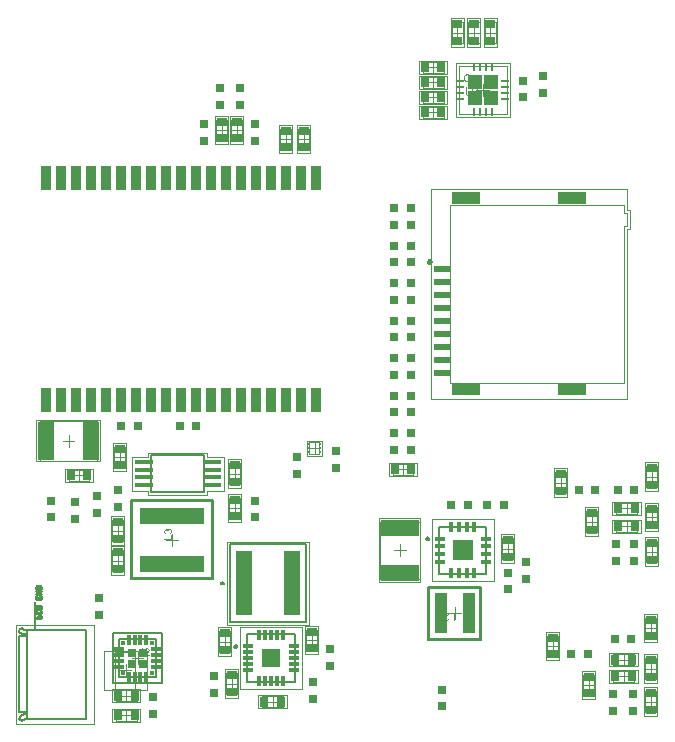
<source format=gtp>
%FSTAX23Y23*%
%MOIN*%
%SFA1B1*%

%IPPOS*%
%AMD29*
4,1,8,-0.011800,0.003000,-0.011800,-0.003000,-0.009800,-0.004900,0.009800,-0.004900,0.011800,-0.003000,0.011800,0.003000,0.009800,0.004900,-0.009800,0.004900,-0.011800,0.003000,0.0*
1,1,0.003937,-0.009800,0.003000*
1,1,0.003937,-0.009800,-0.003000*
1,1,0.003937,0.009800,-0.003000*
1,1,0.003937,0.009800,0.003000*
%
%AMD30*
4,1,8,0.003000,0.011800,-0.003000,0.011800,-0.004900,0.009800,-0.004900,-0.009800,-0.003000,-0.011800,0.003000,-0.011800,0.004900,-0.009800,0.004900,0.009800,0.003000,0.011800,0.0*
1,1,0.003937,0.003000,0.009800*
1,1,0.003937,-0.003000,0.009800*
1,1,0.003937,-0.003000,-0.009800*
1,1,0.003937,0.003000,-0.009800*
%
%AMD37*
4,1,8,0.015000,0.006300,-0.015000,0.006300,-0.016500,0.004700,-0.016500,-0.004700,-0.015000,-0.006300,0.015000,-0.006300,0.016500,-0.004700,0.016500,0.004700,0.015000,0.006300,0.0*
1,1,0.003150,0.015000,0.004700*
1,1,0.003150,-0.015000,0.004700*
1,1,0.003150,-0.015000,-0.004700*
1,1,0.003150,0.015000,-0.004700*
%
%AMD38*
4,1,8,-0.006300,0.015000,-0.006300,-0.015000,-0.004700,-0.016500,0.004700,-0.016500,0.006300,-0.015000,0.006300,0.015000,0.004700,0.016500,-0.004700,0.016500,-0.006300,0.015000,0.0*
1,1,0.003150,-0.004700,0.015000*
1,1,0.003150,-0.004700,-0.015000*
1,1,0.003150,0.004700,-0.015000*
1,1,0.003150,0.004700,0.015000*
%
%AMD41*
4,1,8,-0.026700,-0.008100,0.026700,-0.008100,0.030700,-0.004000,0.030700,0.004000,0.026700,0.008100,-0.026700,0.008100,-0.030700,0.004000,-0.030700,-0.004000,-0.026700,-0.008100,0.0*
1,1,0.008071,-0.026700,-0.004000*
1,1,0.008071,0.026700,-0.004000*
1,1,0.008071,0.026700,0.004000*
1,1,0.008071,-0.026700,0.004000*
%
%AMD43*
4,1,8,0.015600,0.005300,-0.015600,0.005300,-0.016900,0.004000,-0.016900,-0.004000,-0.015600,-0.005300,0.015600,-0.005300,0.016900,-0.004000,0.016900,0.004000,0.015600,0.005300,0.0*
1,1,0.002661,0.015600,0.004000*
1,1,0.002661,-0.015600,0.004000*
1,1,0.002661,-0.015600,-0.004000*
1,1,0.002661,0.015600,-0.004000*
%
%AMD44*
4,1,8,-0.005300,0.015600,-0.005300,-0.015600,-0.004000,-0.016900,0.004000,-0.016900,0.005300,-0.015600,0.005300,0.015600,0.004000,0.016900,-0.004000,0.016900,-0.005300,0.015600,0.0*
1,1,0.002661,-0.004000,0.015600*
1,1,0.002661,-0.004000,-0.015600*
1,1,0.002661,0.004000,-0.015600*
1,1,0.002661,0.004000,0.015600*
%
%ADD10C,0.009449*%
%ADD13C,0.007874*%
%ADD14C,0.005000*%
%ADD16C,0.004000*%
%ADD17C,0.003937*%
%ADD18C,0.010000*%
%ADD19C,0.001969*%
%ADD20R,0.045197X0.045197*%
%ADD21R,0.029527X0.029527*%
%ADD22R,0.030000X0.030000*%
%ADD23R,0.035433X0.031496*%
%ADD24R,0.031496X0.035433*%
%ADD25R,0.030000X0.030000*%
%ADD26R,0.055118X0.129921*%
%ADD27R,0.055118X0.024409*%
%ADD28R,0.094488X0.043307*%
G04~CAMADD=29~8~0.0~0.0~98.4~236.2~19.7~0.0~15~0.0~0.0~0.0~0.0~0~0.0~0.0~0.0~0.0~0~0.0~0.0~0.0~90.0~236.0~98.0*
%ADD29D29*%
G04~CAMADD=30~8~0.0~0.0~98.4~236.2~19.7~0.0~15~0.0~0.0~0.0~0.0~0~0.0~0.0~0.0~0.0~0~0.0~0.0~0.0~0.0~98.4~236.2*
%ADD30D30*%
%ADD31R,0.007874X0.007874*%
%ADD32R,0.035433X0.011811*%
%ADD33R,0.011811X0.035433*%
%ADD34R,0.011811X0.011811*%
%ADD35R,0.056299X0.216535*%
%ADD36R,0.129921X0.055118*%
G04~CAMADD=37~8~0.0~0.0~330.7~126.0~15.7~0.0~15~0.0~0.0~0.0~0.0~0~0.0~0.0~0.0~0.0~0~0.0~0.0~0.0~0.0~330.7~126.0*
%ADD37D37*%
G04~CAMADD=38~8~0.0~0.0~330.7~126.0~15.7~0.0~15~0.0~0.0~0.0~0.0~0~0.0~0.0~0.0~0.0~0~0.0~0.0~0.0~90.0~126.0~331.0*
%ADD38D38*%
%ADD39R,0.038583X0.133858*%
%ADD40R,0.216535X0.056299*%
G04~CAMADD=41~8~0.0~0.0~614.2~161.4~40.4~0.0~15~0.0~0.0~0.0~0.0~0~0.0~0.0~0.0~0.0~0~0.0~0.0~0.0~180.0~614.0~162.0*
%ADD41D41*%
%ADD42R,0.060630X0.060630*%
G04~CAMADD=43~8~0.0~0.0~338.6~106.3~13.3~0.0~15~0.0~0.0~0.0~0.0~0~0.0~0.0~0.0~0.0~0~0.0~0.0~0.0~0.0~338.6~106.3*
%ADD43D43*%
G04~CAMADD=44~8~0.0~0.0~338.6~106.3~13.3~0.0~15~0.0~0.0~0.0~0.0~0~0.0~0.0~0.0~0.0~0~0.0~0.0~0.0~90.0~106.0~338.0*
%ADD44D44*%
%ADD45R,0.035433X0.078740*%
%LNsolears_v1-1*%
%LPD*%
G36*
X01473Y01765D02*
X01473Y01765D01*
X01473Y01765*
X01474Y01765*
X01474Y01765*
X01475Y01764*
X01475Y01764*
X01476Y01764*
X01476Y01764*
X01477Y01763*
X01477Y01763*
X01478Y01763*
X01478Y01762*
X01478Y01762*
X01478Y01762*
X01478Y01762*
X01478Y01762*
X01478Y01762*
X01479Y01761*
X01479Y01761*
X01479Y0176*
X01479Y0176*
X01479Y01759*
X0148Y01759*
X0148Y01758*
X0148Y01758*
X0148Y01757*
X0148Y01756*
Y01756*
X0148Y01756*
X0148Y01756*
X0148Y01755*
X0148Y01755*
X0148Y01755*
X01479Y01754*
X01479Y01753*
X01479Y01752*
X01479Y01752*
X01478Y01751*
X01478Y01751*
X01478Y01751*
X01478Y01751*
X01478Y01751*
X01478Y01751*
X01477Y0175*
X01477Y0175*
X01477Y0175*
X01477Y0175*
X01476Y0175*
X01476Y01749*
X01475Y01749*
X01474Y01749*
X01473Y01749*
X01473Y01748*
X01472Y01752*
X01472*
X01473Y01752*
X01473Y01752*
X01473Y01752*
X01473Y01752*
X01473Y01752*
X01474Y01752*
X01475Y01752*
X01475Y01753*
X01476Y01753*
X01476Y01753*
X01476Y01753*
X01476Y01754*
X01477Y01754*
X01477Y01754*
X01477Y01755*
X01477Y01755*
X01477Y01756*
X01477Y01756*
Y01757*
X01477Y01757*
X01477Y01757*
X01477Y01758*
X01477Y01758*
X01477Y01759*
X01476Y0176*
X01476Y0176*
X01476Y0176*
X01476Y0176*
X01475Y01761*
X01475Y01761*
X01474Y01761*
X01474Y01761*
X01473Y01762*
X01472Y01762*
X01472*
X01472*
X01472*
X01472Y01762*
X01471Y01762*
X01471Y01761*
X0147Y01761*
X0147Y01761*
X01469Y01761*
X01469Y0176*
X01469Y0176*
X01468Y0176*
X01468Y0176*
X01468Y01759*
X01468Y01759*
X01467Y01758*
X01467Y01757*
X01467Y01757*
Y01756*
X01467Y01756*
X01467Y01756*
X01467Y01755*
X01467Y01755*
X01468Y01755*
X01465Y01755*
Y01755*
X01465Y01755*
Y01756*
X01465Y01756*
X01465Y01757*
X01465Y01757*
X01464Y01758*
X01464Y01758*
X01464Y01759*
Y01759*
X01464Y01759*
X01464Y01759*
X01463Y01759*
X01463Y0176*
X01463Y0176*
X01462Y0176*
X01461Y0176*
X01461Y01761*
X01461*
X01461*
X01461*
X0146*
X0146Y0176*
X0146Y0176*
X01459Y0176*
X01459Y0176*
X01458Y0176*
X01458Y01759*
X01458Y01759*
X01458Y01759*
X01458Y01759*
X01457Y01759*
X01457Y01758*
X01457Y01758*
X01457Y01757*
X01457Y01756*
Y01756*
X01457Y01756*
X01457Y01755*
X01457Y01755*
X01457Y01754*
X01458Y01754*
X01458Y01753*
X01458Y01753*
X01458Y01753*
X01458Y01753*
X01459Y01753*
X01459Y01753*
X0146Y01752*
X0146Y01752*
X01461Y01752*
X01461Y01749*
X01461*
X01461Y01749*
X0146Y01749*
X0146Y01749*
X0146Y01749*
X0146Y01749*
X01459Y01749*
X01458Y0175*
X01457Y0175*
X01457Y01751*
X01456Y01751*
X01456Y01751*
X01456Y01751*
X01456Y01752*
X01456Y01752*
X01456Y01752*
X01455Y01752*
X01455Y01752*
X01455Y01753*
X01455Y01753*
X01454Y01754*
X01454Y01755*
X01454Y01756*
Y01757*
X01454Y01757*
X01454Y01758*
X01454Y01758*
X01455Y01759*
X01455Y01759*
X01455Y0176*
Y0176*
X01455Y0176*
X01455Y0176*
X01455Y01761*
X01456Y01761*
X01456Y01762*
X01456Y01762*
X01457Y01762*
X01458Y01763*
X01458Y01763*
X01458Y01763*
X01458Y01763*
X01458Y01763*
X01459Y01763*
X0146Y01764*
X0146Y01764*
X01461Y01764*
X01461*
X01461*
X01461Y01764*
X01462Y01764*
X01462Y01763*
X01463Y01763*
X01463Y01763*
X01464Y01763*
X01464Y01763*
X01464Y01763*
X01464Y01762*
X01465Y01762*
X01465Y01762*
X01465Y01761*
X01466Y01761*
X01466Y0176*
Y0176*
X01466Y0176*
X01466Y0176*
X01466Y01761*
X01466Y01761*
X01466Y01761*
X01467Y01762*
X01467Y01763*
X01467Y01763*
X01468Y01764*
X01468Y01764*
X01468Y01764*
X01469Y01764*
X01469Y01764*
X0147Y01765*
X0147Y01765*
X01471Y01765*
X01472Y01765*
X01472*
X01472*
X01472*
X01473Y01765*
G37*
G36*
X0148Y0173D02*
X01454D01*
Y01733*
X01477*
Y01746*
X0148*
Y0173*
G37*
G36*
X02483Y01661D02*
X02416D01*
Y01728*
X02483*
Y01661*
G37*
G36*
X02423Y01459D02*
X02419D01*
Y01482*
X02407*
Y01485*
X02423*
Y01459*
G37*
G36*
X02405Y01484D02*
Y01484D01*
Y01484*
X02405Y01484*
X02405Y01483*
X02405Y01483*
X02405Y01483*
X02404Y01482*
Y01482*
X02404Y01482*
X02404Y01482*
X02404Y01482*
X02404Y01481*
X02404Y01481*
X02403Y0148*
X02403Y0148*
X02402Y01479*
Y01479*
X02402Y01479*
X02402Y01479*
X02402Y01478*
X02401Y01478*
X02401Y01477*
X024Y01477*
X02399Y01476*
X02398Y01475*
X02398Y01475*
X02398Y01475*
X02398Y01475*
X02398Y01475*
X02397Y01474*
X02397Y01474*
X02397Y01474*
X02396Y01473*
X02395Y01472*
X02394Y01472*
X02394Y01471*
X02393Y01471*
X02393Y0147*
X02393Y0147*
Y0147*
X02393Y0147*
X02393Y0147*
X02393Y0147*
X02392Y01469*
X02392Y01469*
X02392Y01468*
X02392Y01467*
X02391Y01467*
X02391Y01466*
Y01466*
Y01466*
X02391Y01466*
X02391Y01465*
X02392Y01465*
X02392Y01465*
X02392Y01464*
X02392Y01464*
X02393Y01463*
X02393Y01463*
X02393Y01463*
X02393Y01463*
X02394Y01462*
X02394Y01462*
X02395Y01462*
X02395Y01462*
X02396Y01462*
X02396*
X02396Y01462*
X02397Y01462*
X02397Y01462*
X02398Y01462*
X02399Y01462*
X02399Y01463*
X024Y01463*
X024Y01463*
X024Y01463*
X024Y01464*
X024Y01464*
X02401Y01465*
X02401Y01465*
X02401Y01466*
X02401Y01467*
X02404Y01466*
Y01466*
X02404Y01466*
Y01466*
X02404Y01466*
X02404Y01466*
X02404Y01465*
X02404Y01465*
X02404Y01464*
X02404Y01464*
X02403Y01463*
X02403Y01462*
X02403Y01462*
X02402Y01461*
X02402Y01461*
X02402Y01461*
X02402Y01461*
X02402Y01461*
X02401Y01461*
X02401Y01461*
X02401Y01461*
X02401Y0146*
X024Y0146*
X024Y0146*
X02399Y0146*
X02399Y0146*
X02398Y01459*
X02398Y01459*
X02397Y01459*
X02397Y01459*
X02396Y01459*
X02396*
X02395Y01459*
X02395Y01459*
X02395Y01459*
X02394Y01459*
X02394Y01459*
X02393Y0146*
X02392Y0146*
X02392Y0146*
X02391Y01461*
X02391Y01461*
X0239Y01461*
X0239Y01461*
X0239Y01461*
X0239Y01461*
X0239Y01462*
X0239Y01462*
X0239Y01462*
X02389Y01462*
X02389Y01463*
X02389Y01463*
X02388Y01464*
X02388Y01465*
X02388Y01465*
X02388Y01466*
X02388Y01466*
Y01466*
Y01466*
X02388Y01467*
X02388Y01467*
X02388Y01468*
X02388Y01468*
X02389Y01469*
X02389Y01469*
X02389Y01469*
X02389Y01469*
X02389Y0147*
X02389Y0147*
X0239Y01471*
X0239Y01471*
X0239Y01472*
X02391Y01472*
X02391Y01472*
X02391Y01473*
X02391Y01473*
X02392Y01473*
X02392Y01473*
X02392Y01473*
X02392Y01474*
X02393Y01474*
X02393Y01474*
X02393Y01475*
X02394Y01475*
X02394Y01476*
X02395Y01476*
X02396Y01477*
X02396Y01477*
X02396Y01477*
X02396Y01477*
X02396Y01477*
X02396Y01477*
X02397Y01477*
X02397Y01478*
X02398Y01478*
X02398Y01479*
X02399Y0148*
X02399Y0148*
X02399Y0148*
X02399Y0148*
X02399Y0148*
X024Y0148*
X024Y0148*
X024Y01481*
X024Y01481*
X02401Y01482*
X02388*
Y01485*
X02405*
Y01484*
G37*
G36*
X01384Y01353D02*
Y01353D01*
Y01352*
Y01352*
Y01352*
X01384Y01352*
Y01351*
X01384Y01351*
X01384Y0135*
X01384Y01349*
X01384Y01348*
X01384Y01347*
X01384Y01347*
X01383Y01346*
Y01346*
X01383Y01346*
X01383Y01346*
X01383Y01346*
X01383Y01346*
X01383Y01345*
X01382Y01345*
X01382Y01344*
X01381Y01343*
X0138Y01343*
X0138*
X0138Y01343*
X0138Y01343*
X0138Y01343*
X0138Y01343*
X01379Y01342*
X01379Y01342*
X01379Y01342*
X01378Y01342*
X01378Y01342*
X01377Y01342*
X01377Y01342*
X01376Y01342*
X01376Y01342*
X01374Y01341*
X01374*
X01374Y01342*
X01374*
X01373Y01342*
X01373Y01342*
X01372Y01342*
X01371Y01342*
X01371Y01342*
X0137Y01342*
X01369Y01343*
X01369*
X01369Y01343*
X01368Y01343*
X01368Y01343*
X01368Y01343*
X01367Y01344*
X01367Y01344*
X01366Y01345*
X01366Y01345*
X01365Y01346*
Y01346*
X01365Y01346*
X01365Y01346*
X01365Y01347*
X01365Y01347*
X01365Y01347*
X01365Y01347*
X01365Y01348*
X01365Y01348*
X01365Y01349*
X01365Y01349*
X01365Y0135*
X01365Y0135*
X01365Y01351*
X01365Y01352*
Y01353*
Y01367*
X01368*
Y01353*
Y01353*
Y01352*
Y01352*
Y01352*
X01368Y01352*
Y01351*
X01368Y01351*
X01368Y0135*
X01368Y01349*
X01368Y01348*
X01368Y01348*
X01368Y01348*
X01368Y01348*
X01369Y01347*
X01369Y01347*
X01369Y01347*
X01369Y01346*
X0137Y01346*
X0137Y01346*
X01371Y01345*
X01371Y01345*
X01371Y01345*
X01371Y01345*
X01372Y01345*
X01372Y01345*
X01373Y01345*
X01373Y01345*
X01374Y01344*
X01375*
X01375Y01345*
X01375*
X01375Y01345*
X01376Y01345*
X01377Y01345*
X01378Y01345*
X01379Y01346*
X01379Y01346*
X01379Y01346*
X01379Y01346*
X01379Y01346*
X0138Y01346*
X0138Y01346*
X0138Y01347*
X0138Y01347*
X0138Y01347*
X0138Y01348*
X0138Y01348*
X0138Y01348*
X01381Y01349*
X01381Y0135*
X01381Y0135*
X01381Y01351*
X01381Y01352*
Y01353*
Y01367*
X01384*
Y01353*
G37*
G36*
X01398Y01367D02*
X01398Y01367D01*
X01398Y01367*
X01399Y01367*
X01399Y01367*
X014Y01367*
X01401Y01366*
X01401Y01366*
X01402Y01366*
X01402Y01366*
X01403Y01365*
X01403Y01365*
X01403Y01365*
X01403Y01365*
X01403Y01365*
X01403Y01365*
X01403Y01364*
X01404Y01364*
X01404Y01364*
X01404Y01363*
X01405Y01362*
X01405Y01362*
X01405Y01361*
X01405Y01361*
X01405Y0136*
Y0136*
Y0136*
X01405Y0136*
X01405Y01359*
X01405Y01359*
X01405Y01358*
X01404Y01358*
X01404Y01357*
X01404Y01357*
X01404Y01357*
X01404Y01357*
X01404Y01356*
X01403Y01356*
X01403Y01355*
X01403Y01355*
X01402Y01354*
X01402Y01354*
X01402Y01354*
X01402Y01354*
X01401Y01353*
X01401Y01353*
X01401Y01353*
X01401Y01353*
X014Y01352*
X014Y01352*
X014Y01352*
X01399Y01351*
X01399Y01351*
X01398Y0135*
X01397Y0135*
X01397Y0135*
X01397Y0135*
X01397Y0135*
X01397Y01349*
X01397Y01349*
X01396Y01349*
X01396Y01348*
X01395Y01348*
X01395Y01347*
X01394Y01347*
X01394Y01347*
X01394Y01347*
X01394Y01346*
X01394Y01346*
X01393Y01346*
X01393Y01346*
X01393Y01346*
X01393Y01346*
X01392Y01345*
X01405*
Y01342*
X01388*
Y01342*
Y01342*
Y01342*
X01388Y01343*
X01388Y01343*
X01388Y01343*
X01388Y01344*
X01389Y01344*
Y01344*
X01389Y01344*
X01389Y01344*
X01389Y01345*
X01389Y01345*
X01389Y01346*
X0139Y01346*
X0139Y01347*
X01391Y01347*
Y01347*
X01391Y01347*
X01391Y01348*
X01391Y01348*
X01392Y01349*
X01392Y01349*
X01393Y0135*
X01394Y0135*
X01395Y01351*
X01395Y01351*
X01395Y01351*
X01395Y01352*
X01395Y01352*
X01396Y01352*
X01396Y01352*
X01396Y01353*
X01397Y01353*
X01398Y01354*
X01399Y01355*
X01399Y01355*
X014Y01356*
X014Y01356*
X014Y01357*
Y01357*
X014Y01357*
X014Y01357*
X014Y01357*
X01401Y01357*
X01401Y01358*
X01401Y01358*
X01401Y01359*
X01402Y0136*
X01402Y0136*
Y0136*
Y0136*
X01402Y01361*
X01402Y01361*
X01401Y01361*
X01401Y01362*
X01401Y01362*
X01401Y01363*
X014Y01363*
X014Y01363*
X014Y01364*
X014Y01364*
X01399Y01364*
X01399Y01364*
X01398Y01364*
X01398Y01365*
X01397Y01365*
X01397*
X01396Y01365*
X01396Y01365*
X01396Y01364*
X01395Y01364*
X01394Y01364*
X01394Y01364*
X01393Y01363*
X01393Y01363*
X01393Y01363*
X01393Y01363*
X01393Y01362*
X01392Y01362*
X01392Y01361*
X01392Y0136*
X01392Y0136*
X01389Y0136*
Y0136*
X01389Y0136*
Y0136*
X01389Y01361*
X01389Y01361*
X01389Y01361*
X01389Y01362*
X01389Y01362*
X01389Y01363*
X0139Y01364*
X0139Y01364*
X0139Y01365*
X01391Y01365*
X01391Y01365*
X01391Y01365*
X01391Y01365*
X01391Y01366*
X01392Y01366*
X01392Y01366*
X01392Y01366*
X01392Y01366*
X01393Y01366*
X01393Y01366*
X01394Y01367*
X01394Y01367*
X01395Y01367*
X01395Y01367*
X01396Y01367*
X01396Y01367*
X01397Y01367*
X01397*
X01398Y01367*
G37*
G54D10*
X02342Y02657D02*
D01*
X02342Y02657*
X02342Y02657*
X02342Y02658*
X02342Y02658*
X02342Y02658*
X02342Y02659*
X02342Y02659*
X02341Y02659*
X02341Y02659*
X02341Y0266*
X02341Y0266*
X02341Y0266*
X0234Y0266*
X0234Y02661*
X0234Y02661*
X02339Y02661*
X02339Y02661*
X02339Y02661*
X02339Y02661*
X02338Y02661*
X02338Y02661*
X02338Y02661*
X02337*
X02337Y02661*
X02337Y02661*
X02336Y02661*
X02336Y02661*
X02336Y02661*
X02335Y02661*
X02335Y02661*
X02335Y02661*
X02334Y0266*
X02334Y0266*
X02334Y0266*
X02334Y0266*
X02334Y02659*
X02333Y02659*
X02333Y02659*
X02333Y02659*
X02333Y02658*
X02333Y02658*
X02333Y02658*
X02333Y02657*
X02333Y02657*
X02333Y02657*
X02333Y02656*
X02333Y02656*
X02333Y02656*
X02333Y02655*
X02333Y02655*
X02333Y02655*
X02333Y02654*
X02333Y02654*
X02334Y02654*
X02334Y02654*
X02334Y02653*
X02334Y02653*
X02334Y02653*
X02335Y02653*
X02335Y02653*
X02335Y02652*
X02336Y02652*
X02336Y02652*
X02336Y02652*
X02337Y02652*
X02337Y02652*
X02337Y02652*
X02338*
X02338Y02652*
X02338Y02652*
X02339Y02652*
X02339Y02652*
X02339Y02652*
X02339Y02652*
X0234Y02653*
X0234Y02653*
X0234Y02653*
X02341Y02653*
X02341Y02653*
X02341Y02654*
X02341Y02654*
X02341Y02654*
X02342Y02654*
X02342Y02655*
X02342Y02655*
X02342Y02655*
X02342Y02656*
X02342Y02656*
X02342Y02656*
X02342Y02657*
G54D13*
X01302Y01397D02*
X01427D01*
Y01272D02*
Y01397D01*
X01302Y01272D02*
X01427D01*
X01302D02*
Y01397D01*
X02338Y014D02*
X02507D01*
X02338D02*
Y01569D01*
X02507*
Y014D02*
Y01569D01*
X01346Y01601D02*
Y01859D01*
X01613*
Y01601D02*
Y01859D01*
X01346Y01601D02*
X01613D01*
X01282Y01417D02*
X01447D01*
Y01252D02*
Y01417D01*
X01282Y01252D02*
X01447D01*
X01282D02*
Y01417D01*
X02334Y01396D02*
X02511D01*
X02334D02*
Y01573D01*
X02511*
Y01396D02*
Y01573D01*
X01342Y01597D02*
Y01863D01*
X01617*
Y01597D02*
Y01863D01*
X01342Y01597D02*
X01617D01*
X01282Y01417D02*
X01447D01*
Y01252D02*
Y01417D01*
X01282Y01252D02*
X01447D01*
X01282D02*
Y01417D01*
X02334Y01396D02*
X02511D01*
X02334D02*
Y01573D01*
X02511*
Y01396D02*
Y01573D01*
X01342Y01597D02*
Y01863D01*
X01617*
Y01597D02*
Y01863D01*
X01342Y01597D02*
X01617D01*
X01652Y01585D02*
D01*
X01652Y01585*
X01652Y01585*
X01652Y01585*
X01652Y01586*
X01652Y01586*
X01652Y01586*
X01651Y01586*
X01651Y01587*
X01651Y01587*
X01651Y01587*
X01651Y01587*
X01651Y01587*
X0165Y01588*
X0165Y01588*
X0165Y01588*
X0165Y01588*
X01649Y01588*
X01649Y01588*
X01649Y01588*
X01649Y01588*
X01648Y01588*
X01648Y01588*
X01648*
X01648Y01588*
X01647Y01588*
X01647Y01588*
X01647Y01588*
X01646Y01588*
X01646Y01588*
X01646Y01588*
X01646Y01588*
X01646Y01588*
X01645Y01587*
X01645Y01587*
X01645Y01587*
X01645Y01587*
X01645Y01587*
X01644Y01586*
X01644Y01586*
X01644Y01586*
X01644Y01586*
X01644Y01585*
X01644Y01585*
X01644Y01585*
X01644Y01585*
X01644Y01584*
X01644Y01584*
X01644Y01584*
X01644Y01583*
X01644Y01583*
X01644Y01583*
X01644Y01583*
X01645Y01582*
X01645Y01582*
X01645Y01582*
X01645Y01582*
X01645Y01582*
X01646Y01581*
X01646Y01581*
X01646Y01581*
X01646Y01581*
X01646Y01581*
X01647Y01581*
X01647Y01581*
X01647Y01581*
X01648Y01581*
X01648Y01581*
X01648*
X01648Y01581*
X01649Y01581*
X01649Y01581*
X01649Y01581*
X01649Y01581*
X0165Y01581*
X0165Y01581*
X0165Y01581*
X0165Y01581*
X01651Y01582*
X01651Y01582*
X01651Y01582*
X01651Y01582*
X01651Y01582*
X01651Y01583*
X01652Y01583*
X01652Y01583*
X01652Y01583*
X01652Y01584*
X01652Y01584*
X01652Y01584*
X01652Y01585*
X02336Y01733D02*
D01*
X02336Y01733*
X02336Y01733*
X02336Y01734*
X02336Y01734*
X02336Y01734*
X02336Y01734*
X02336Y01735*
X02336Y01735*
X02336Y01735*
X02335Y01735*
X02335Y01736*
X02335Y01736*
X02335Y01736*
X02335Y01736*
X02334Y01736*
X02334Y01736*
X02334Y01737*
X02334Y01737*
X02333Y01737*
X02333Y01737*
X02333Y01737*
X02333Y01737*
X02332*
X02332Y01737*
X02332Y01737*
X02331Y01737*
X02331Y01737*
X02331Y01737*
X02331Y01736*
X0233Y01736*
X0233Y01736*
X0233Y01736*
X0233Y01736*
X0233Y01736*
X02329Y01735*
X02329Y01735*
X02329Y01735*
X02329Y01735*
X02329Y01734*
X02329Y01734*
X02329Y01734*
X02329Y01734*
X02328Y01733*
X02328Y01733*
X02328Y01733*
X02328Y01733*
X02328Y01732*
X02329Y01732*
X02329Y01732*
X02329Y01732*
X02329Y01731*
X02329Y01731*
X02329Y01731*
X02329Y01731*
X02329Y0173*
X0233Y0173*
X0233Y0173*
X0233Y0173*
X0233Y0173*
X0233Y01729*
X02331Y01729*
X02331Y01729*
X02331Y01729*
X02331Y01729*
X02332Y01729*
X02332Y01729*
X02332Y01729*
X02333*
X02333Y01729*
X02333Y01729*
X02333Y01729*
X02334Y01729*
X02334Y01729*
X02334Y01729*
X02334Y01729*
X02335Y0173*
X02335Y0173*
X02335Y0173*
X02335Y0173*
X02335Y0173*
X02336Y01731*
X02336Y01731*
X02336Y01731*
X02336Y01731*
X02336Y01732*
X02336Y01732*
X02336Y01732*
X02336Y01732*
X02336Y01733*
X02336Y01733*
X01696Y01374D02*
D01*
X01696Y01374*
X01695Y01374*
X01695Y01375*
X01695Y01375*
X01695Y01375*
X01695Y01375*
X01695Y01376*
X01695Y01376*
X01695Y01376*
X01695Y01376*
X01694Y01377*
X01694Y01377*
X01694Y01377*
X01694Y01377*
X01694Y01377*
X01693Y01377*
X01693Y01378*
X01693Y01378*
X01693Y01378*
X01692Y01378*
X01692Y01378*
X01692Y01378*
X01691*
X01691Y01378*
X01691Y01378*
X01691Y01378*
X0169Y01378*
X0169Y01378*
X0169Y01377*
X0169Y01377*
X01689Y01377*
X01689Y01377*
X01689Y01377*
X01689Y01377*
X01689Y01376*
X01688Y01376*
X01688Y01376*
X01688Y01376*
X01688Y01375*
X01688Y01375*
X01688Y01375*
X01688Y01375*
X01688Y01374*
X01688Y01374*
X01688Y01374*
X01688Y01374*
X01688Y01373*
X01688Y01373*
X01688Y01373*
X01688Y01373*
X01688Y01372*
X01688Y01372*
X01688Y01372*
X01688Y01372*
X01689Y01371*
X01689Y01371*
X01689Y01371*
X01689Y01371*
X01689Y01371*
X0169Y0137*
X0169Y0137*
X0169Y0137*
X0169Y0137*
X01691Y0137*
X01691Y0137*
X01691Y0137*
X01691Y0137*
X01692*
X01692Y0137*
X01692Y0137*
X01693Y0137*
X01693Y0137*
X01693Y0137*
X01693Y0137*
X01694Y0137*
X01694Y01371*
X01694Y01371*
X01694Y01371*
X01694Y01371*
X01695Y01371*
X01695Y01372*
X01695Y01372*
X01695Y01372*
X01695Y01372*
X01695Y01373*
X01695Y01373*
X01695Y01373*
X01695Y01373*
X01696Y01374*
X01696Y01374*
G54D14*
X00997Y01131D02*
D01*
X00996Y01131*
X00995Y01132*
X00994Y01132*
X00993Y01132*
X00993Y01132*
X00992Y01132*
X00991Y01132*
X0099Y01132*
X00989Y01132*
X00989Y01132*
X00988Y01132*
X00987Y01132*
X00986Y01131*
X00986Y01131*
X00985Y0113*
X00984Y0113*
X00984Y01129*
X00983Y01129*
X00982Y01128*
X00982Y01128*
X00981Y01127*
X00981Y01126*
X00981Y01126*
X00993Y01147D02*
D01*
X00991Y01147*
X0099Y01147*
X00989Y01147*
X00988Y01147*
X00986Y01147*
X00985Y01147*
X00984Y01147*
X00983Y01146*
X00982Y01146*
X0098Y01145*
X00979Y01145*
X00978Y01144*
X00977Y01143*
X00976Y01142*
X00975Y01141*
X00975Y01141*
X00974Y0114*
X00973Y01138*
X00972Y01137*
X00972Y01136*
X00971Y01135*
X00971Y01134*
X00971Y01133*
X00981Y01435D02*
D01*
X00981Y01435*
X00982Y01434*
X00982Y01433*
X00983Y01433*
X00983Y01432*
X00984Y01432*
X00984Y01431*
X00985Y01431*
X00986Y0143*
X00987Y0143*
X00987Y0143*
X00988Y01429*
X00989Y01429*
X0099Y01429*
X00991Y01429*
X00991Y01429*
X00992Y01429*
X00993Y01429*
X00994Y01429*
X00995Y0143*
X00995Y0143*
X00996Y0143*
X00997Y0143*
X00969Y01428D02*
D01*
X00969Y01427*
X0097Y01426*
X0097Y01424*
X00971Y01423*
X00972Y01422*
X00973Y01421*
X00974Y0142*
X00974Y01419*
X00975Y01418*
X00977Y01417*
X00978Y01417*
X00979Y01416*
X0098Y01415*
X00981Y01415*
X00983Y01415*
X00984Y01414*
X00985Y01414*
X00987Y01414*
X00988Y01414*
X00989Y01414*
X00991Y01414*
X00992Y01414*
X00993Y01415*
X01193Y01131D02*
Y0143D01*
X01022D02*
X01193D01*
X00995D02*
X01022D01*
X00995Y01131D02*
Y0143D01*
Y01131D02*
X00997D01*
X01193*
X00971Y01133D02*
X00981Y01126D01*
X00971Y01155D02*
X00993D01*
X00971D02*
Y01407D01*
X00993*
X00969Y01428D02*
X00981Y01435D01*
X01022Y0143D02*
Y01523D01*
X01674Y01714D02*
X01925D01*
Y01455D02*
Y01714D01*
X01674Y01455D02*
X01925D01*
X01674D02*
Y01714D01*
X02371Y01616D02*
Y01773D01*
X02528Y01616D02*
Y01773D01*
X02371D02*
X02528D01*
X02371Y01616D02*
X02528D01*
X01411Y02011D02*
X01588D01*
Y01888D02*
Y02011D01*
X01411Y01888D02*
X01588D01*
X01411D02*
Y02011D01*
X01729Y01254D02*
Y01415D01*
X0189Y01254D02*
Y01415D01*
X01729D02*
X0189D01*
X01729Y01254D02*
X0189D01*
G54D16*
X02461Y0324D02*
Y03215D01*
X02466Y0321*
X02476*
X02481Y03215*
Y0324*
X02511D02*
X02501Y03235D01*
X02491Y03225*
Y03215*
X02496Y0321*
X02506*
X02511Y03215*
Y0322*
X02506Y03225*
X02491*
G54D17*
X02476Y0327D02*
D01*
X02476Y0327*
X02476Y03271*
X02476Y03272*
X02475Y03273*
X02475Y03274*
X02475Y03274*
X02474Y03275*
X02474Y03276*
X02474Y03276*
X02473Y03277*
X02473Y03278*
X02472Y03278*
X02471Y03279*
X02471Y03279*
X0247Y0328*
X02469Y0328*
X02468Y0328*
X02468Y03281*
X02467Y03281*
X02466Y03281*
X02465Y03281*
X02464Y03281*
X02464*
X02463Y03281*
X02462Y03281*
X02461Y03281*
X0246Y03281*
X0246Y0328*
X02459Y0328*
X02458Y0328*
X02457Y03279*
X02457Y03279*
X02456Y03278*
X02456Y03278*
X02455Y03277*
X02454Y03276*
X02454Y03276*
X02454Y03275*
X02453Y03274*
X02453Y03274*
X02453Y03273*
X02452Y03272*
X02452Y03271*
X02452Y0327*
X02452Y0327*
X02452Y03269*
X02452Y03268*
X02452Y03267*
X02453Y03266*
X02453Y03265*
X02453Y03265*
X02454Y03264*
X02454Y03263*
X02454Y03263*
X02455Y03262*
X02456Y03261*
X02456Y03261*
X02457Y0326*
X02457Y0326*
X02458Y03259*
X02459Y03259*
X0246Y03259*
X0246Y03258*
X02461Y03258*
X02462Y03258*
X02463Y03258*
X02464Y03258*
X02464*
X02465Y03258*
X02466Y03258*
X02467Y03258*
X02468Y03258*
X02468Y03259*
X02469Y03259*
X0247Y03259*
X02471Y0326*
X02471Y0326*
X02472Y03261*
X02473Y03261*
X02473Y03262*
X02474Y03263*
X02474Y03263*
X02474Y03264*
X02475Y03265*
X02475Y03265*
X02475Y03266*
X02476Y03267*
X02476Y03268*
X02476Y03269*
X02476Y0327*
X03061Y01724D02*
X03098D01*
X03061Y01655D02*
X03098D01*
Y01724*
X03061Y01655D02*
Y01724D01*
Y01839D02*
X03098D01*
X03061Y0177D02*
X03098D01*
Y01839*
X03061Y0177D02*
Y01839D01*
Y01974D02*
X03098D01*
X03061Y01905D02*
X03098D01*
Y01974*
X03061Y01905D02*
Y01974D01*
X02756Y01954D02*
X02793D01*
X02756Y01885D02*
X02793D01*
Y01954*
X02756Y01885D02*
Y01954D01*
X0296Y01756D02*
Y01793D01*
X03029Y01756D02*
Y01793D01*
X0296D02*
X03029D01*
X0296Y01756D02*
X03029D01*
X0296Y01816D02*
Y01853D01*
X03029Y01816D02*
Y01853D01*
X0296D02*
X03029D01*
X0296Y01816D02*
X03029D01*
X02851Y01279D02*
X02888D01*
X02851Y0121D02*
X02888D01*
Y01279*
X02851Y0121D02*
Y01279D01*
X03056Y01469D02*
X03093D01*
X03056Y014D02*
X03093D01*
Y01469*
X03056Y014D02*
Y01469D01*
X02731Y01409D02*
X02768D01*
X02731Y0134D02*
X02768D01*
Y01409*
X02731Y0134D02*
Y01409D01*
X0295Y01256D02*
Y01293D01*
X03019Y01256D02*
Y01293D01*
X0295D02*
X03019D01*
X0295Y01256D02*
X03019D01*
X0295Y01311D02*
Y01348D01*
X03019Y01311D02*
Y01348D01*
X0295D02*
X03019D01*
X0295Y01311D02*
X03019D01*
X03056Y01334D02*
X03093D01*
X03056Y01265D02*
X03093D01*
Y01334*
X03056Y01265D02*
Y01334D01*
Y01224D02*
X03093D01*
X03056Y01155D02*
X03093D01*
Y01224*
X03056Y01155D02*
Y01224D01*
X01204Y01926D02*
Y01963D01*
X01135Y01926D02*
Y01963D01*
Y01926D02*
X01204D01*
X01135Y01963D02*
X01204D01*
X01676Y03129D02*
X01713D01*
X01676Y0306D02*
X01713D01*
Y03129*
X01676Y0306D02*
Y03129D01*
X01626D02*
X01663D01*
X01626Y0306D02*
X01663D01*
Y03129*
X01626Y0306D02*
Y03129D01*
X0104Y02126D02*
X01229D01*
X0104Y01993D02*
X01229D01*
X0104D02*
Y02126D01*
X01229Y01993D02*
Y02126D01*
X02215Y01946D02*
Y01983D01*
X02284Y01946D02*
Y01983D01*
X02215D02*
X02284D01*
X02215Y01946D02*
X02284D01*
X02861Y01824D02*
X02898D01*
X02861Y01755D02*
X02898D01*
Y01824*
X02861Y01755D02*
Y01824D01*
X01901Y03099D02*
X01938D01*
X01901Y0303D02*
X01938D01*
Y03099*
X01901Y0303D02*
Y03099D01*
X01841D02*
X01878D01*
X01841Y0303D02*
X01878D01*
Y03099*
X01841Y0303D02*
Y03099D01*
X02986Y02253D02*
Y02775D01*
X02405Y02253D02*
X02986D01*
X02405D02*
Y02846D01*
X02986Y02775D02*
X02996D01*
Y02818*
X02986D02*
X02996D01*
X02986D02*
Y02846D01*
X02405D02*
X02986D01*
X02435Y03149D02*
Y0331D01*
X02597Y03149D02*
Y0331D01*
X02435D02*
X02597D01*
X02435Y03149D02*
X02597D01*
X02385Y03236D02*
Y03273D01*
X02316Y03236D02*
Y03273D01*
Y03236D02*
X02385D01*
X02316Y03273D02*
X02385D01*
Y03286D02*
Y03323D01*
X02316Y03286D02*
Y03323D01*
Y03286D02*
X02385D01*
X02316Y03323D02*
X02385D01*
Y03186D02*
Y03223D01*
X02316Y03186D02*
Y03223D01*
Y03186D02*
X02385D01*
X02316Y03223D02*
X02385D01*
Y03136D02*
Y03173D01*
X02316Y03136D02*
Y03173D01*
Y03136D02*
X02385D01*
X02316Y03173D02*
X02385D01*
X02412Y03454D02*
X0245D01*
X02412Y03385D02*
X0245D01*
Y03454*
X02412Y03385D02*
Y03454D01*
X02522D02*
X0256D01*
X02522Y03385D02*
X0256D01*
Y03454*
X02522Y03385D02*
Y03454D01*
X02467D02*
X02505D01*
X02467Y03385D02*
X02505D01*
Y03454*
X02467Y03385D02*
Y03454D01*
X01971Y02014D02*
Y02055D01*
X01938Y02014D02*
Y02055D01*
Y02014D02*
X01971D01*
X01938Y02055D02*
X01971D01*
X01291Y01356D02*
X01358D01*
X01291Y01233D02*
X01358D01*
Y01356*
X01291Y01233D02*
Y01356D01*
X01293Y01191D02*
Y01228D01*
X01362Y01191D02*
Y01228D01*
X01293D02*
X01362D01*
X01293Y01191D02*
X01362D01*
X01293Y01126D02*
Y01163D01*
X01362Y01126D02*
Y01163D01*
X01293D02*
X01362D01*
X01293Y01126D02*
X01362D01*
X02306Y016D02*
Y01789D01*
X02173Y016D02*
Y01789D01*
X02306*
X02173Y016D02*
X02306D01*
X01281Y01625D02*
X01318D01*
X01281Y01694D02*
X01318D01*
X01281Y01625D02*
Y01694D01*
X01318Y01625D02*
Y01694D01*
X01281Y01725D02*
X01318D01*
X01281Y01794D02*
X01318D01*
X01281Y01725D02*
Y01794D01*
X01318Y01725D02*
Y01794D01*
X01671Y01915D02*
X01708D01*
X01671Y01984D02*
X01708D01*
X01671Y01915D02*
Y01984D01*
X01708Y01915D02*
Y01984D01*
X01671Y018D02*
X01708D01*
X01671Y01869D02*
X01708D01*
X01671Y018D02*
Y01869D01*
X01708Y018D02*
Y01869D01*
X01286Y0197D02*
X01323D01*
X01286Y02039D02*
X01323D01*
X01286Y0197D02*
Y02039D01*
X01323Y0197D02*
Y02039D01*
X01926Y01429D02*
X01963D01*
X01926Y0136D02*
X01963D01*
Y01429*
X01926Y0136D02*
Y01429D01*
X01661Y01215D02*
X01698D01*
X01661Y01284D02*
X01698D01*
X01661Y01215D02*
Y01284D01*
X01698Y01215D02*
Y01284D01*
X01636Y01424D02*
X01673D01*
X01636Y01355D02*
X01673D01*
Y01424*
X01636Y01355D02*
Y01424D01*
X01849Y01171D02*
Y01208D01*
X0178Y01171D02*
Y01208D01*
Y01171D02*
X01849D01*
X0178Y01208D02*
X01849D01*
X02581Y01734D02*
X02618D01*
X02581Y01665D02*
X02618D01*
Y01734*
X02581Y01665D02*
Y01734D01*
X03058Y01737D02*
X03101D01*
X03058Y01642D02*
X03101D01*
Y01737*
X03058Y01642D02*
Y01737D01*
X0308Y01671D02*
Y01708D01*
X03061Y0169D02*
X03098D01*
X03058Y01852D02*
X03101D01*
X03058Y01757D02*
X03101D01*
Y01852*
X03058Y01757D02*
Y01852D01*
X0308Y01786D02*
Y01823D01*
X03061Y01805D02*
X03098D01*
X03058Y01987D02*
X03101D01*
X03058Y01892D02*
X03101D01*
Y01987*
X03058Y01892D02*
Y01987D01*
X0308Y01921D02*
Y01958D01*
X03061Y0194D02*
X03098D01*
X02753Y01967D02*
X02796D01*
X02753Y01872D02*
X02796D01*
Y01967*
X02753Y01872D02*
Y01967D01*
X02775Y01901D02*
Y01938D01*
X02756Y0192D02*
X02793D01*
X02947Y01753D02*
Y01796D01*
X03042Y01753D02*
Y01796D01*
X02947D02*
X03042D01*
X02947Y01753D02*
X03042D01*
X02976Y01775D02*
X03013D01*
X02995Y01756D02*
Y01793D01*
X02947Y01813D02*
Y01856D01*
X03042Y01813D02*
Y01856D01*
X02947D02*
X03042D01*
X02947Y01813D02*
X03042D01*
X02976Y01835D02*
X03013D01*
X02995Y01816D02*
Y01853D01*
X02848Y01292D02*
X02891D01*
X02848Y01197D02*
X02891D01*
Y01292*
X02848Y01197D02*
Y01292D01*
X0287Y01226D02*
Y01263D01*
X02851Y01245D02*
X02888D01*
X03053Y01482D02*
X03096D01*
X03053Y01387D02*
X03096D01*
Y01482*
X03053Y01387D02*
Y01482D01*
X03075Y01416D02*
Y01453D01*
X03056Y01435D02*
X03093D01*
X02728Y01422D02*
X02771D01*
X02728Y01327D02*
X02771D01*
Y01422*
X02728Y01327D02*
Y01422D01*
X0275Y01356D02*
Y01393D01*
X02731Y01375D02*
X02768D01*
X02937Y01253D02*
Y01296D01*
X03032Y01253D02*
Y01296D01*
X02937D02*
X03032D01*
X02937Y01253D02*
X03032D01*
X02966Y01275D02*
X03003D01*
X02985Y01256D02*
Y01293D01*
X02937Y01308D02*
Y01351D01*
X03032Y01308D02*
Y01351D01*
X02937D02*
X03032D01*
X02937Y01308D02*
X03032D01*
X02966Y0133D02*
X03003D01*
X02985Y01311D02*
Y01348D01*
X03053Y01347D02*
X03096D01*
X03053Y01252D02*
X03096D01*
Y01347*
X03053Y01252D02*
Y01347D01*
X03075Y01281D02*
Y01318D01*
X03056Y013D02*
X03093D01*
X03053Y01237D02*
X03096D01*
X03053Y01142D02*
X03096D01*
Y01237*
X03053Y01142D02*
Y01237D01*
X03075Y01171D02*
Y01208D01*
X03056Y0119D02*
X03093D01*
X01217Y01923D02*
Y01966D01*
X01122Y01923D02*
Y01966D01*
Y01923D02*
X01217D01*
X01122Y01966D02*
X01217D01*
X01151Y01945D02*
X01188D01*
X0117Y01926D02*
Y01963D01*
X01673Y03142D02*
X01716D01*
X01673Y03047D02*
X01716D01*
Y03142*
X01673Y03047D02*
Y03142D01*
X01695Y03076D02*
Y03113D01*
X01676Y03095D02*
X01713D01*
X01623Y03142D02*
X01666D01*
X01623Y03047D02*
X01666D01*
Y03142*
X01623Y03047D02*
Y03142D01*
X01645Y03076D02*
Y03113D01*
X01626Y03095D02*
X01663D01*
X01135Y0204D02*
Y02079D01*
X01115Y0206D02*
X01154D01*
X01028Y02128D02*
X01241D01*
X01028Y01991D02*
X01241D01*
X01028D02*
Y02128D01*
X01241Y01991D02*
Y02128D01*
X02202Y01943D02*
Y01986D01*
X02297Y01943D02*
Y01986D01*
X02202D02*
X02297D01*
X02202Y01943D02*
X02297D01*
X02231Y01965D02*
X02268D01*
X0225Y01946D02*
Y01983D01*
X02858Y01837D02*
X02901D01*
X02858Y01742D02*
X02901D01*
Y01837*
X02858Y01742D02*
Y01837D01*
X0288Y01771D02*
Y01808D01*
X02861Y0179D02*
X02898D01*
X01898Y03112D02*
X01941D01*
X01898Y03017D02*
X01941D01*
Y03112*
X01898Y03017D02*
Y03112D01*
X0192Y03046D02*
Y03083D01*
X01901Y03065D02*
X01938D01*
X01838Y03112D02*
X01881D01*
X01838Y03017D02*
X01881D01*
Y03112*
X01838Y03017D02*
Y03112D01*
X0186Y03046D02*
Y03083D01*
X01841Y03065D02*
X01878D01*
X02496Y0323D02*
X02536D01*
X02516Y0321D02*
Y03249D01*
X02398Y03233D02*
Y03276D01*
X02304Y03233D02*
Y03276D01*
Y03233D02*
X02398D01*
X02304Y03276D02*
X02398D01*
X02332Y03255D02*
X0237D01*
X02351Y03236D02*
Y03273D01*
X02398Y03283D02*
Y03326D01*
X02304Y03283D02*
Y03326D01*
Y03283D02*
X02398D01*
X02304Y03326D02*
X02398D01*
X02332Y03305D02*
X0237D01*
X02351Y03286D02*
Y03323D01*
X02398Y03183D02*
Y03226D01*
X02304Y03183D02*
Y03226D01*
Y03183D02*
X02398D01*
X02304Y03226D02*
X02398D01*
X02332Y03205D02*
X0237D01*
X02351Y03186D02*
Y03223D01*
X02398Y03133D02*
Y03176D01*
X02304Y03133D02*
Y03176D01*
Y03133D02*
X02398D01*
X02304Y03176D02*
X02398D01*
X02332Y03155D02*
X0237D01*
X02351Y03136D02*
Y03173D01*
X02409Y03467D02*
X02452D01*
X02409Y03372D02*
X02452D01*
Y03467*
X02409Y03372D02*
Y03467D01*
X02431Y03401D02*
Y03438D01*
X02412Y0342D02*
X0245D01*
X02519Y03467D02*
X02562D01*
X02519Y03372D02*
X02562D01*
Y03467*
X02519Y03372D02*
Y03467D01*
X02541Y03401D02*
Y03438D01*
X02522Y0342D02*
X0256D01*
X02464Y03467D02*
X02507D01*
X02464Y03372D02*
X02507D01*
Y03467*
X02464Y03372D02*
Y03467D01*
X02486Y03401D02*
Y03438D01*
X02467Y0342D02*
X02505D01*
X01935Y02035D02*
X01974D01*
X01955Y02015D02*
Y02054D01*
X01325Y01275D02*
Y01314D01*
X01305Y01295D02*
X01344D01*
X0128Y01188D02*
Y01231D01*
X01374Y01188D02*
Y01231D01*
X0128D02*
X01374D01*
X0128Y01188D02*
X01374D01*
X01308Y0121D02*
X01346D01*
X01327Y01191D02*
Y01228D01*
X0128Y01123D02*
Y01166D01*
X01374Y01123D02*
Y01166D01*
X0128D02*
X01374D01*
X0128Y01123D02*
X01374D01*
X01308Y01145D02*
X01346D01*
X01327Y01126D02*
Y01163D01*
X0222Y01695D02*
X02259D01*
X0224Y01675D02*
Y01714D01*
X02308Y01588D02*
Y01801D01*
X02171Y01588D02*
Y01801D01*
X02308*
X02171Y01588D02*
X02308D01*
X01278Y01612D02*
X01321D01*
X01278Y01707D02*
X01321D01*
X01278Y01612D02*
Y01707D01*
X01321Y01612D02*
Y01707D01*
X013Y01641D02*
Y01678D01*
X01281Y0166D02*
X01318D01*
X01278Y01712D02*
X01321D01*
X01278Y01807D02*
X01321D01*
X01278Y01712D02*
Y01807D01*
X01321Y01712D02*
Y01807D01*
X013Y01741D02*
Y01778D01*
X01281Y0176D02*
X01318D01*
X01668Y01902D02*
X01711D01*
X01668Y01997D02*
X01711D01*
X01668Y01902D02*
Y01997D01*
X01711Y01902D02*
Y01997D01*
X0169Y01931D02*
Y01968D01*
X01671Y0195D02*
X01708D01*
X01668Y01787D02*
X01711D01*
X01668Y01882D02*
X01711D01*
X01668Y01787D02*
Y01882D01*
X01711Y01787D02*
Y01882D01*
X0169Y01816D02*
Y01853D01*
X01671Y01835D02*
X01708D01*
X01283Y01957D02*
X01326D01*
X01283Y02052D02*
X01326D01*
X01283Y01957D02*
Y02052D01*
X01326Y01957D02*
Y02052D01*
X01305Y01986D02*
Y02023D01*
X01286Y02005D02*
X01323D01*
X01923Y01442D02*
X01966D01*
X01923Y01347D02*
X01966D01*
Y01442*
X01923Y01347D02*
Y01442D01*
X01945Y01376D02*
Y01413D01*
X01926Y01395D02*
X01963D01*
X01658Y01202D02*
X01701D01*
X01658Y01297D02*
X01701D01*
X01658Y01202D02*
Y01297D01*
X01701Y01202D02*
Y01297D01*
X0168Y01231D02*
Y01268D01*
X01661Y0125D02*
X01698D01*
X01633Y01437D02*
X01676D01*
X01633Y01342D02*
X01676D01*
Y01437*
X01633Y01342D02*
Y01437D01*
X01655Y01371D02*
Y01408D01*
X01636Y0139D02*
X01673D01*
X01862Y01168D02*
Y01211D01*
X01767Y01168D02*
Y01211D01*
Y01168D02*
X01862D01*
X01767Y01211D02*
X01862D01*
X01796Y0119D02*
X01833D01*
X01815Y01171D02*
Y01208D01*
X02578Y01747D02*
X02621D01*
X02578Y01652D02*
X02621D01*
Y01747*
X02578Y01652D02*
Y01747D01*
X026Y01681D02*
Y01718D01*
X02581Y017D02*
X02618D01*
X01345Y01335D02*
X01384D01*
X01365Y01315D02*
Y01354D01*
X02403Y01485D02*
X02443D01*
X02423Y01465D02*
Y01504D01*
X0148Y0171D02*
Y0175D01*
X0146Y0173D02*
X01499D01*
G54D18*
X01028Y01468D02*
X01044D01*
Y01476*
X01041Y01478*
X01036*
X01033Y01476*
Y01468*
X01041Y01494D02*
X01044Y01492D01*
Y01486*
X01041Y01484*
X01031*
X01028Y01486*
Y01492*
X01031Y01494*
X01044Y015D02*
X01028D01*
Y01508*
X01031Y0151*
X01033*
X01036Y01508*
Y015*
Y01508*
X01039Y0151*
X01041*
X01044Y01508*
Y015*
Y01542D02*
Y01532D01*
X01028*
Y01542*
X01036Y01532D02*
Y01537D01*
X01028Y01548D02*
X01044D01*
X01028Y01558*
X01044*
Y01564D02*
X01028D01*
Y01572*
X01031Y01574*
X01041*
X01044Y01572*
Y01564*
G54D19*
X02342Y022D02*
Y02899D01*
X02996*
X02342Y022D02*
X02996D01*
Y02765*
X03006*
Y02828*
X02996D02*
X03006D01*
X02996D02*
Y02899D01*
X02425Y03139D02*
Y0332D01*
Y03139D02*
X02606D01*
Y0332*
X02425D02*
X02606D01*
X0198Y02009D02*
Y0206D01*
X01929Y02009D02*
Y0206D01*
Y02009D02*
X0198D01*
X01929Y0206D02*
X0198D01*
X01252Y01359D02*
X01397D01*
X01252Y0123D02*
X01397D01*
Y01359*
X01252Y0123D02*
Y01359D01*
X00961Y01115D02*
X01221D01*
X00961D02*
Y01446D01*
X01221*
Y01115D02*
Y01446D01*
X01664Y01446D02*
Y01723D01*
Y01446D02*
X01935D01*
Y01723*
X01664D02*
X01935D01*
X02552Y01592D02*
Y01797D01*
X02347Y01592D02*
Y01797D01*
X02552*
X02347Y01592D02*
X02552D01*
X01346Y01893D02*
Y02006D01*
Y01893D02*
X01401D01*
Y01879D02*
Y01893D01*
Y01879D02*
X01598D01*
Y01893*
X01653*
Y02006*
X01598D02*
X01653D01*
X01598D02*
Y0202D01*
X01401D02*
X01598D01*
X01401Y02006D02*
Y0202D01*
X01346Y02006D02*
X01401D01*
X01912Y01232D02*
Y01437D01*
X01707Y01232D02*
Y01437D01*
X01912*
X01707Y01232D02*
X01912D01*
G54D20*
X02542Y03203D03*
X02489D03*
Y03256D03*
X02542D03*
G54D21*
X01346Y01353D03*
X01383D03*
X01346Y01316D03*
X01383D03*
G54D22*
X01365Y0211D03*
X0131D03*
X0156D03*
X01505D03*
X02835Y01895D03*
X0289D03*
X02965D03*
X0302D03*
X02955Y014D03*
X0301D03*
X0281Y0135D03*
X02865D03*
X0222Y0246D03*
X02275D03*
X0222Y02585D03*
X02275D03*
X0222Y0228D03*
X02275D03*
X0222Y02155D03*
X02275D03*
X0222Y02835D03*
X02275D03*
X0222Y0271D03*
X02275D03*
X0222Y02405D03*
X02275D03*
X0222Y0253D03*
X02275D03*
X0222Y0203D03*
X02275D03*
Y02085D03*
X0222D03*
Y02335D03*
X02275D03*
X0222Y0221D03*
X02275D03*
X0222Y0278D03*
X02275D03*
X0222Y02655D03*
X02275D03*
X02585Y01845D03*
X0253D03*
X02465D03*
X0241D03*
G54D23*
X0308Y01717D03*
Y01662D03*
Y01832D03*
Y01777D03*
Y01967D03*
Y01912D03*
X02775Y01947D03*
Y01892D03*
X0287Y01272D03*
Y01217D03*
X03075Y01462D03*
Y01407D03*
X0275Y01402D03*
Y01347D03*
X03075Y01327D03*
Y01272D03*
Y01217D03*
Y01162D03*
X01695Y03122D03*
Y03067D03*
X01645Y03122D03*
Y03067D03*
X0288Y01817D03*
Y01762D03*
X0192Y03092D03*
Y03037D03*
X0186Y03092D03*
Y03037D03*
X02431Y03447D03*
Y03392D03*
X02541Y03447D03*
Y03392D03*
X02486Y03447D03*
Y03392D03*
X013Y01632D03*
Y01687D03*
Y01732D03*
Y01787D03*
X0169Y01922D03*
Y01977D03*
Y01807D03*
Y01862D03*
X01305Y01977D03*
Y02032D03*
X01945Y01422D03*
Y01367D03*
X0168Y01222D03*
Y01277D03*
X01655Y01417D03*
Y01362D03*
X026Y01727D03*
Y01672D03*
G54D24*
X02967Y01775D03*
X03022D03*
X02967Y01835D03*
X03022D03*
X02957Y01275D03*
X03012D03*
X02957Y0133D03*
X03012D03*
X01197Y01945D03*
X01142D03*
X02222Y01965D03*
X02277D03*
X02378Y03255D03*
X02323D03*
X02378Y03305D03*
X02323D03*
X02378Y03205D03*
X02323D03*
X02378Y03155D03*
X02323D03*
X013Y0121D03*
X01355D03*
X013Y01145D03*
X01355D03*
X01842Y0119D03*
X01787D03*
G54D25*
X01755Y03115D03*
Y0306D03*
X01585Y03115D03*
Y0306D03*
X0164Y03235D03*
Y0318D03*
X01895Y02005D03*
Y0195D03*
X02025Y02025D03*
Y0197D03*
X01415Y01205D03*
Y0115D03*
X01235Y01535D03*
Y0148D03*
X0123Y0182D03*
Y01875D03*
X01075Y01805D03*
Y0186D03*
X01155Y018D03*
Y01855D03*
X01755Y01805D03*
Y0186D03*
X013Y01895D03*
Y0184D03*
X0162Y0122D03*
Y01275D03*
X02005Y0131D03*
Y01365D03*
X0195Y01255D03*
Y012D03*
X0238Y01175D03*
Y0123D03*
X02651Y03205D03*
Y0326D03*
X02716Y0322D03*
Y03275D03*
X0296Y01715D03*
Y0166D03*
X0302Y01715D03*
Y0166D03*
X0295Y01215D03*
Y0116D03*
X03015Y01215D03*
Y0116D03*
X01705Y0318D03*
Y03235D03*
X0266Y016D03*
Y01655D03*
X026Y0162D03*
Y01565D03*
G54D26*
X0106Y0206D03*
X01209D03*
G54D27*
X0238Y02632D03*
Y02589D03*
Y02546D03*
Y02502D03*
Y02459D03*
Y02416D03*
Y02372D03*
Y02329D03*
Y02286D03*
G54D28*
X02813Y02231D03*
X02459D03*
Y02867D03*
X02813D03*
G54D29*
X02441Y03259D03*
Y03239D03*
Y0322D03*
Y032D03*
X02591D03*
Y0322D03*
Y03239D03*
Y03259D03*
G54D30*
X02486Y03155D03*
X02506D03*
X02526D03*
X02545D03*
Y03304D03*
X02526D03*
X02506D03*
X02486D03*
G54D31*
X01972Y02021D03*
Y02035D03*
Y02048D03*
X01937D03*
Y02035D03*
Y02021D03*
G54D32*
X01303Y01364D03*
Y01344D03*
Y01325D03*
Y01305D03*
X01426D03*
Y01325D03*
Y01344D03*
Y01364D03*
G54D33*
X01335Y01273D03*
X01355D03*
X01374D03*
X01394D03*
Y01396D03*
X01374D03*
X01355D03*
X01335D03*
G54D34*
X01315Y01384D03*
X01414D03*
X01315Y01285D03*
X01414D03*
G54D35*
X01879Y01585D03*
X0172D03*
G54D36*
X0224Y01769D03*
Y0162D03*
G54D37*
X02526Y01733D03*
Y01707D03*
Y01682D03*
Y01656D03*
X02373D03*
Y01682D03*
Y01707D03*
Y01733D03*
G54D38*
X02411Y01771D03*
X02437D03*
X02462D03*
X02488D03*
Y01618D03*
X02462D03*
X02437D03*
X02411D03*
G54D39*
X0247Y01485D03*
X02376D03*
G54D40*
X0148Y0165D03*
Y0181D03*
G54D41*
X01613Y01988D03*
Y01962D03*
Y01937D03*
Y01911D03*
X01386D03*
Y01937D03*
Y01962D03*
Y01988D03*
G54D42*
X0181Y01335D03*
G54D43*
X01886Y01374D03*
Y01354D03*
Y01335D03*
Y01315D03*
Y01295D03*
X01733D03*
Y01315D03*
Y01335D03*
Y01354D03*
Y01374D03*
G54D44*
X0177Y01411D03*
X0179D03*
X0181D03*
X01829D03*
X01849D03*
Y01258D03*
X01829D03*
X0181D03*
X0179D03*
X0177D03*
G54D45*
X0106Y02935D03*
X0111D03*
X0116D03*
X0121D03*
X0126D03*
X0131D03*
X0136D03*
X0141D03*
X0146D03*
X0151D03*
X0156D03*
X0161D03*
X0166D03*
X0171D03*
X0176D03*
X0181D03*
X0186D03*
X0191D03*
X0196D03*
X0106Y02195D03*
X0111D03*
X0116D03*
X0121D03*
X0126D03*
X0131D03*
X0136D03*
X0141D03*
X0146D03*
X0151D03*
X0156D03*
X0161D03*
X0166D03*
X0171D03*
X0176D03*
X0181D03*
X0186D03*
X0191D03*
X0196D03*
M02*
</source>
